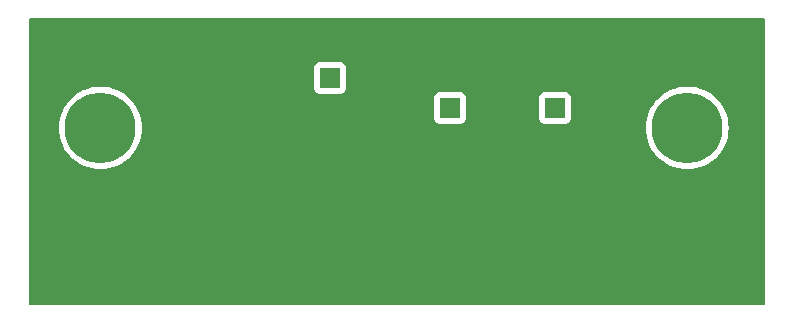
<source format=gbl>
%TF.GenerationSoftware,KiCad,Pcbnew,7.0.2*%
%TF.CreationDate,2023-08-24T13:31:51-07:00*%
%TF.ProjectId,Current Sense Standalone,43757272-656e-4742-9053-656e73652053,rev?*%
%TF.SameCoordinates,Original*%
%TF.FileFunction,Copper,L2,Bot*%
%TF.FilePolarity,Positive*%
%FSLAX46Y46*%
G04 Gerber Fmt 4.6, Leading zero omitted, Abs format (unit mm)*
G04 Created by KiCad (PCBNEW 7.0.2) date 2023-08-24 13:31:51*
%MOMM*%
%LPD*%
G01*
G04 APERTURE LIST*
G04 Aperture macros list*
%AMRoundRect*
0 Rectangle with rounded corners*
0 $1 Rounding radius*
0 $2 $3 $4 $5 $6 $7 $8 $9 X,Y pos of 4 corners*
0 Add a 4 corners polygon primitive as box body*
4,1,4,$2,$3,$4,$5,$6,$7,$8,$9,$2,$3,0*
0 Add four circle primitives for the rounded corners*
1,1,$1+$1,$2,$3*
1,1,$1+$1,$4,$5*
1,1,$1+$1,$6,$7*
1,1,$1+$1,$8,$9*
0 Add four rect primitives between the rounded corners*
20,1,$1+$1,$2,$3,$4,$5,0*
20,1,$1+$1,$4,$5,$6,$7,0*
20,1,$1+$1,$6,$7,$8,$9,0*
20,1,$1+$1,$8,$9,$2,$3,0*%
G04 Aperture macros list end*
%TA.AperFunction,ComponentPad*%
%ADD10C,6.000000*%
%TD*%
%TA.AperFunction,ComponentPad*%
%ADD11RoundRect,1.500000X1.500000X-1.500000X1.500000X1.500000X-1.500000X1.500000X-1.500000X-1.500000X0*%
%TD*%
%TA.AperFunction,ComponentPad*%
%ADD12O,1.700000X1.700000*%
%TD*%
%TA.AperFunction,ComponentPad*%
%ADD13R,1.700000X1.700000*%
%TD*%
G04 APERTURE END LIST*
D10*
X68344045Y-22010000D03*
D11*
X68344045Y-29210000D03*
D12*
X50800000Y-20320000D03*
D13*
X48260000Y-20320000D03*
D12*
X40640000Y-17780000D03*
D13*
X38100000Y-17780000D03*
D10*
X18650936Y-22010000D03*
D11*
X18650936Y-29210000D03*
D12*
X59690000Y-20320000D03*
D13*
X57150000Y-20320000D03*
%TA.AperFunction,Conductor*%
G36*
X74872539Y-12720185D02*
G01*
X74918294Y-12772989D01*
X74929500Y-12824500D01*
X74929500Y-36901978D01*
X74909815Y-36969017D01*
X74857011Y-37014772D01*
X74805500Y-37025978D01*
X12730653Y-37025978D01*
X12663614Y-37006293D01*
X12617859Y-36953489D01*
X12606653Y-36901978D01*
X12606653Y-22010000D01*
X15145632Y-22010000D01*
X15164834Y-22376404D01*
X15165339Y-22379597D01*
X15165341Y-22379609D01*
X15221721Y-22735576D01*
X15222231Y-22738794D01*
X15223069Y-22741923D01*
X15223072Y-22741935D01*
X15316351Y-23090056D01*
X15316355Y-23090070D01*
X15317194Y-23093199D01*
X15318357Y-23096228D01*
X15318361Y-23096241D01*
X15447520Y-23432712D01*
X15448681Y-23435736D01*
X15615254Y-23762652D01*
X15815085Y-24070366D01*
X16045987Y-24355506D01*
X16305430Y-24614949D01*
X16590570Y-24845851D01*
X16898284Y-25045682D01*
X17225200Y-25212255D01*
X17567737Y-25343742D01*
X17922142Y-25438705D01*
X18284532Y-25496102D01*
X18650936Y-25515304D01*
X19017340Y-25496102D01*
X19379730Y-25438705D01*
X19734135Y-25343742D01*
X20076672Y-25212255D01*
X20403588Y-25045682D01*
X20711302Y-24845851D01*
X20996442Y-24614949D01*
X21255885Y-24355506D01*
X21486787Y-24070366D01*
X21686618Y-23762652D01*
X21853191Y-23435736D01*
X21984678Y-23093199D01*
X22079641Y-22738794D01*
X22137038Y-22376404D01*
X22156240Y-22010000D01*
X64838741Y-22010000D01*
X64857943Y-22376404D01*
X64858448Y-22379597D01*
X64858450Y-22379609D01*
X64914830Y-22735576D01*
X64915340Y-22738794D01*
X64916178Y-22741923D01*
X64916181Y-22741935D01*
X65009460Y-23090056D01*
X65009464Y-23090070D01*
X65010303Y-23093199D01*
X65011466Y-23096228D01*
X65011470Y-23096241D01*
X65140629Y-23432712D01*
X65141790Y-23435736D01*
X65308363Y-23762652D01*
X65508194Y-24070366D01*
X65739096Y-24355506D01*
X65998539Y-24614949D01*
X66283679Y-24845851D01*
X66591393Y-25045682D01*
X66918309Y-25212255D01*
X67260846Y-25343742D01*
X67615251Y-25438705D01*
X67977641Y-25496102D01*
X68344045Y-25515304D01*
X68710449Y-25496102D01*
X69072839Y-25438705D01*
X69427244Y-25343742D01*
X69769781Y-25212255D01*
X70096697Y-25045682D01*
X70404411Y-24845851D01*
X70689551Y-24614949D01*
X70948994Y-24355506D01*
X71179896Y-24070366D01*
X71379727Y-23762652D01*
X71546300Y-23435736D01*
X71677787Y-23093199D01*
X71772750Y-22738794D01*
X71830147Y-22376404D01*
X71849349Y-22010000D01*
X71830147Y-21643596D01*
X71772750Y-21281206D01*
X71677787Y-20926801D01*
X71546300Y-20584264D01*
X71379727Y-20257348D01*
X71179896Y-19949634D01*
X70948994Y-19664494D01*
X70689551Y-19405051D01*
X70637023Y-19362515D01*
X70591337Y-19325518D01*
X70404411Y-19174149D01*
X70096697Y-18974318D01*
X70093809Y-18972846D01*
X70093803Y-18972843D01*
X69772662Y-18809213D01*
X69769781Y-18807745D01*
X69766760Y-18806585D01*
X69766757Y-18806584D01*
X69430286Y-18677425D01*
X69430273Y-18677421D01*
X69427244Y-18676258D01*
X69424115Y-18675419D01*
X69424101Y-18675415D01*
X69075980Y-18582136D01*
X69075968Y-18582133D01*
X69072839Y-18581295D01*
X69069626Y-18580786D01*
X69069621Y-18580785D01*
X68713654Y-18524405D01*
X68713642Y-18524403D01*
X68710449Y-18523898D01*
X68707216Y-18523728D01*
X68707211Y-18523728D01*
X68347289Y-18504866D01*
X68344045Y-18504696D01*
X68340801Y-18504866D01*
X67980878Y-18523728D01*
X67980871Y-18523728D01*
X67977641Y-18523898D01*
X67974449Y-18524403D01*
X67974435Y-18524405D01*
X67618468Y-18580785D01*
X67618459Y-18580786D01*
X67615251Y-18581295D01*
X67612125Y-18582132D01*
X67612109Y-18582136D01*
X67263988Y-18675415D01*
X67263968Y-18675421D01*
X67260846Y-18676258D01*
X67257821Y-18677418D01*
X67257803Y-18677425D01*
X66921332Y-18806584D01*
X66921322Y-18806588D01*
X66918309Y-18807745D01*
X66915434Y-18809209D01*
X66915427Y-18809213D01*
X66594286Y-18972843D01*
X66594272Y-18972850D01*
X66591393Y-18974318D01*
X66588673Y-18976084D01*
X66588665Y-18976089D01*
X66286407Y-19172377D01*
X66286401Y-19172380D01*
X66283679Y-19174149D01*
X66281159Y-19176189D01*
X66281153Y-19176194D01*
X66001057Y-19403011D01*
X66001046Y-19403020D01*
X65998539Y-19405051D01*
X65996254Y-19407335D01*
X65996244Y-19407345D01*
X65741390Y-19662199D01*
X65741380Y-19662209D01*
X65739096Y-19664494D01*
X65737065Y-19667001D01*
X65737056Y-19667012D01*
X65510239Y-19947108D01*
X65510234Y-19947114D01*
X65508194Y-19949634D01*
X65506425Y-19952356D01*
X65506422Y-19952362D01*
X65310134Y-20254620D01*
X65310129Y-20254628D01*
X65308363Y-20257348D01*
X65306895Y-20260227D01*
X65306888Y-20260241D01*
X65143258Y-20581382D01*
X65141790Y-20584264D01*
X65140633Y-20587277D01*
X65140629Y-20587287D01*
X65011470Y-20923758D01*
X65011463Y-20923776D01*
X65010303Y-20926801D01*
X65009466Y-20929923D01*
X65009460Y-20929943D01*
X64916181Y-21278064D01*
X64916177Y-21278080D01*
X64915340Y-21281206D01*
X64914831Y-21284414D01*
X64914830Y-21284423D01*
X64858450Y-21640390D01*
X64858448Y-21640404D01*
X64857943Y-21643596D01*
X64857773Y-21646826D01*
X64857773Y-21646833D01*
X64856533Y-21670499D01*
X64838741Y-22010000D01*
X22156240Y-22010000D01*
X22137038Y-21643596D01*
X22079641Y-21281206D01*
X22061788Y-21214578D01*
X46909500Y-21214578D01*
X46909501Y-21217872D01*
X46909853Y-21221152D01*
X46909854Y-21221159D01*
X46915909Y-21277484D01*
X46918497Y-21284423D01*
X46966204Y-21412331D01*
X47052454Y-21527546D01*
X47167669Y-21613796D01*
X47302517Y-21664091D01*
X47362127Y-21670500D01*
X49157872Y-21670499D01*
X49217483Y-21664091D01*
X49352331Y-21613796D01*
X49467546Y-21527546D01*
X49553796Y-21412331D01*
X49604091Y-21277483D01*
X49610500Y-21217873D01*
X49610500Y-21214578D01*
X55799500Y-21214578D01*
X55799501Y-21217872D01*
X55799853Y-21221152D01*
X55799854Y-21221159D01*
X55805909Y-21277484D01*
X55808497Y-21284423D01*
X55856204Y-21412331D01*
X55942454Y-21527546D01*
X56057669Y-21613796D01*
X56192517Y-21664091D01*
X56252127Y-21670500D01*
X58047872Y-21670499D01*
X58107483Y-21664091D01*
X58242331Y-21613796D01*
X58357546Y-21527546D01*
X58443796Y-21412331D01*
X58494091Y-21277483D01*
X58500500Y-21217873D01*
X58500499Y-19422128D01*
X58494091Y-19362517D01*
X58443796Y-19227669D01*
X58357546Y-19112454D01*
X58242331Y-19026204D01*
X58107483Y-18975909D01*
X58047873Y-18969500D01*
X58044550Y-18969500D01*
X56255439Y-18969500D01*
X56255420Y-18969500D01*
X56252128Y-18969501D01*
X56248848Y-18969853D01*
X56248840Y-18969854D01*
X56192515Y-18975909D01*
X56057669Y-19026204D01*
X55942454Y-19112454D01*
X55856204Y-19227668D01*
X55805910Y-19362515D01*
X55805909Y-19362517D01*
X55799500Y-19422127D01*
X55799500Y-19425448D01*
X55799500Y-19425449D01*
X55799500Y-21214560D01*
X55799500Y-21214578D01*
X49610500Y-21214578D01*
X49610499Y-19422128D01*
X49604091Y-19362517D01*
X49553796Y-19227669D01*
X49467546Y-19112454D01*
X49352331Y-19026204D01*
X49217483Y-18975909D01*
X49157873Y-18969500D01*
X49154550Y-18969500D01*
X47365439Y-18969500D01*
X47365420Y-18969500D01*
X47362128Y-18969501D01*
X47358848Y-18969853D01*
X47358840Y-18969854D01*
X47302515Y-18975909D01*
X47167669Y-19026204D01*
X47052454Y-19112454D01*
X46966204Y-19227668D01*
X46915910Y-19362515D01*
X46915909Y-19362517D01*
X46909500Y-19422127D01*
X46909500Y-19425448D01*
X46909500Y-19425449D01*
X46909500Y-21214560D01*
X46909500Y-21214578D01*
X22061788Y-21214578D01*
X21984678Y-20926801D01*
X21853191Y-20584264D01*
X21686618Y-20257348D01*
X21486787Y-19949634D01*
X21255885Y-19664494D01*
X20996442Y-19405051D01*
X20943914Y-19362515D01*
X20898228Y-19325518D01*
X20711302Y-19174149D01*
X20403588Y-18974318D01*
X20400700Y-18972846D01*
X20400694Y-18972843D01*
X20079553Y-18809213D01*
X20076672Y-18807745D01*
X20073651Y-18806585D01*
X20073648Y-18806584D01*
X19737177Y-18677425D01*
X19737164Y-18677421D01*
X19734135Y-18676258D01*
X19731006Y-18675419D01*
X19730992Y-18675415D01*
X19727868Y-18674578D01*
X36749500Y-18674578D01*
X36749501Y-18677872D01*
X36755909Y-18737483D01*
X36806204Y-18872331D01*
X36892454Y-18987546D01*
X37007669Y-19073796D01*
X37142517Y-19124091D01*
X37202127Y-19130500D01*
X38997872Y-19130499D01*
X39057483Y-19124091D01*
X39192331Y-19073796D01*
X39307546Y-18987546D01*
X39393796Y-18872331D01*
X39444091Y-18737483D01*
X39450500Y-18677873D01*
X39450499Y-16882128D01*
X39444091Y-16822517D01*
X39393796Y-16687669D01*
X39307546Y-16572454D01*
X39192331Y-16486204D01*
X39057483Y-16435909D01*
X38997873Y-16429500D01*
X38994550Y-16429500D01*
X37205439Y-16429500D01*
X37205420Y-16429500D01*
X37202128Y-16429501D01*
X37198848Y-16429853D01*
X37198840Y-16429854D01*
X37142515Y-16435909D01*
X37007669Y-16486204D01*
X36892454Y-16572454D01*
X36806204Y-16687668D01*
X36755910Y-16822515D01*
X36755909Y-16822517D01*
X36749500Y-16882127D01*
X36749500Y-16885448D01*
X36749500Y-16885449D01*
X36749500Y-18674560D01*
X36749500Y-18674578D01*
X19727868Y-18674578D01*
X19382871Y-18582136D01*
X19382859Y-18582133D01*
X19379730Y-18581295D01*
X19376517Y-18580786D01*
X19376512Y-18580785D01*
X19020545Y-18524405D01*
X19020533Y-18524403D01*
X19017340Y-18523898D01*
X19014107Y-18523728D01*
X19014102Y-18523728D01*
X18654180Y-18504866D01*
X18650936Y-18504696D01*
X18647692Y-18504866D01*
X18287769Y-18523728D01*
X18287762Y-18523728D01*
X18284532Y-18523898D01*
X18281340Y-18524403D01*
X18281326Y-18524405D01*
X17925359Y-18580785D01*
X17925350Y-18580786D01*
X17922142Y-18581295D01*
X17919016Y-18582132D01*
X17919000Y-18582136D01*
X17570879Y-18675415D01*
X17570859Y-18675421D01*
X17567737Y-18676258D01*
X17564712Y-18677418D01*
X17564694Y-18677425D01*
X17228223Y-18806584D01*
X17228213Y-18806588D01*
X17225200Y-18807745D01*
X17222325Y-18809209D01*
X17222318Y-18809213D01*
X16901177Y-18972843D01*
X16901163Y-18972850D01*
X16898284Y-18974318D01*
X16895564Y-18976084D01*
X16895556Y-18976089D01*
X16593298Y-19172377D01*
X16593292Y-19172380D01*
X16590570Y-19174149D01*
X16588050Y-19176189D01*
X16588044Y-19176194D01*
X16307948Y-19403011D01*
X16307937Y-19403020D01*
X16305430Y-19405051D01*
X16303145Y-19407335D01*
X16303135Y-19407345D01*
X16048281Y-19662199D01*
X16048271Y-19662209D01*
X16045987Y-19664494D01*
X16043956Y-19667001D01*
X16043947Y-19667012D01*
X15817130Y-19947108D01*
X15817125Y-19947114D01*
X15815085Y-19949634D01*
X15813316Y-19952356D01*
X15813313Y-19952362D01*
X15617025Y-20254620D01*
X15617020Y-20254628D01*
X15615254Y-20257348D01*
X15613786Y-20260227D01*
X15613779Y-20260241D01*
X15450149Y-20581382D01*
X15448681Y-20584264D01*
X15447524Y-20587277D01*
X15447520Y-20587287D01*
X15318361Y-20923758D01*
X15318354Y-20923776D01*
X15317194Y-20926801D01*
X15316357Y-20929923D01*
X15316351Y-20929943D01*
X15223072Y-21278064D01*
X15223068Y-21278080D01*
X15222231Y-21281206D01*
X15221722Y-21284414D01*
X15221721Y-21284423D01*
X15165341Y-21640390D01*
X15165339Y-21640404D01*
X15164834Y-21643596D01*
X15164664Y-21646826D01*
X15164664Y-21646833D01*
X15163424Y-21670499D01*
X15145632Y-22010000D01*
X12606653Y-22010000D01*
X12606653Y-12824500D01*
X12626338Y-12757461D01*
X12679142Y-12711706D01*
X12730653Y-12700500D01*
X74805500Y-12700500D01*
X74872539Y-12720185D01*
G37*
%TD.AperFunction*%
M02*

</source>
